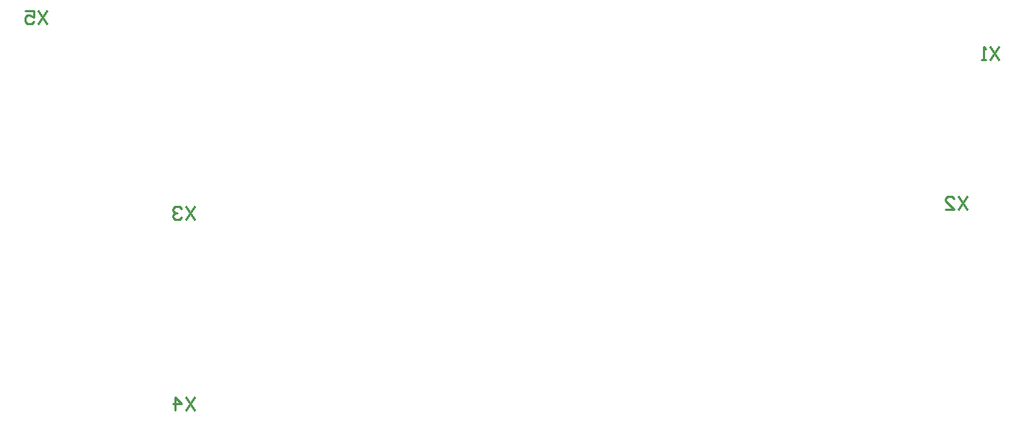
<source format=gbo>
G04*
G04 #@! TF.GenerationSoftware,Altium Limited,Altium Designer,19.0.6 (157)*
G04*
G04 Layer_Color=32896*
%FSLAX44Y44*%
%MOMM*%
G71*
G01*
G75*
%ADD127C,0.2540*%
D127*
X442214Y1983481D02*
X432057Y1968246D01*
Y1983481D02*
X442214Y1968246D01*
X416822Y1983481D02*
X426979D01*
Y1975863D01*
X421901Y1978403D01*
X419361D01*
X416822Y1975863D01*
Y1970785D01*
X419361Y1968246D01*
X424440D01*
X426979Y1970785D01*
X615188Y1529329D02*
X605031Y1514094D01*
Y1529329D02*
X615188Y1514094D01*
X592335D02*
Y1529329D01*
X599953Y1521711D01*
X589796D01*
X615188Y1753103D02*
X605031Y1737868D01*
Y1753103D02*
X615188Y1737868D01*
X599953Y1750564D02*
X597414Y1753103D01*
X592335D01*
X589796Y1750564D01*
Y1748025D01*
X592335Y1745486D01*
X594875D01*
X592335D01*
X589796Y1742946D01*
Y1740407D01*
X592335Y1737868D01*
X597414D01*
X599953Y1740407D01*
X1523492Y1765295D02*
X1513335Y1750060D01*
Y1765295D02*
X1523492Y1750060D01*
X1498100D02*
X1508257D01*
X1498100Y1760217D01*
Y1762756D01*
X1500639Y1765295D01*
X1505718D01*
X1508257Y1762756D01*
X1560000Y1941235D02*
X1549843Y1926000D01*
Y1941235D02*
X1560000Y1926000D01*
X1544765D02*
X1539687D01*
X1542226D01*
Y1941235D01*
X1544765Y1938696D01*
M02*

</source>
